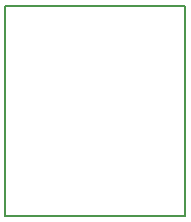
<source format=gm1>
G04 #@! TF.FileFunction,Profile,NP*
%FSLAX46Y46*%
G04 Gerber Fmt 4.6, Leading zero omitted, Abs format (unit mm)*
G04 Created by KiCad (PCBNEW 4.0.4-stable) date 11/14/16 13:42:01*
%MOMM*%
%LPD*%
G01*
G04 APERTURE LIST*
%ADD10C,0.100000*%
%ADD11C,0.150000*%
G04 APERTURE END LIST*
D10*
D11*
X140970000Y-90170000D02*
X140970000Y-72390000D01*
X156210000Y-90170000D02*
X140970000Y-90170000D01*
X156210000Y-72390000D02*
X156210000Y-90170000D01*
X140970000Y-72390000D02*
X156210000Y-72390000D01*
M02*

</source>
